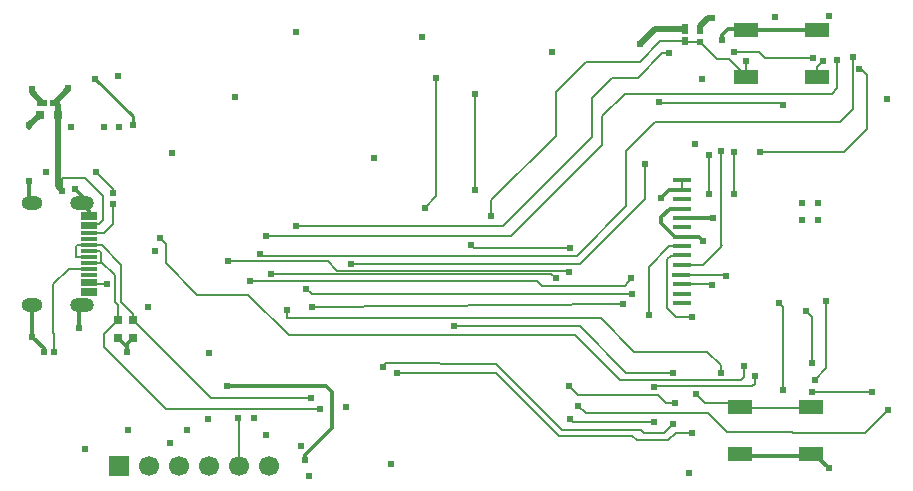
<source format=gbl>
G04 Layer: BottomLayer*
G04 EasyEDA v6.5.23, 2023-05-27 11:47:03*
G04 dba0e08a7a4f4acbaa45d03accf02bcc,0a61cb7f7b51421fbede6d33e3e5ec82,10*
G04 Gerber Generator version 0.2*
G04 Scale: 100 percent, Rotated: No, Reflected: No *
G04 Dimensions in inches *
G04 leading zeros omitted , absolute positions ,3 integer and 6 decimal *
%FSLAX36Y36*%
%MOIN*%

%AMMACRO1*21,1,$1,$2,0,0,$3*%
%ADD10C,0.0200*%
%ADD11C,0.0060*%
%ADD12C,0.0120*%
%ADD13C,0.0100*%
%ADD14MACRO1,0.0118X0.0591X90.0000*%
%ADD15R,0.0591X0.0118*%
%ADD16MACRO1,0.0827X0.0472X0.0000*%
%ADD17MACRO1,0.0213X0.0223X-90.0000*%
%ADD18R,0.0213X0.0223*%
%ADD19MACRO1,0.0213X0.0223X0.0000*%
%ADD20MACRO1,0.0236X0.0236X-90.0000*%
%ADD21MACRO1,0.0236X0.0236X90.0000*%
%ADD22MACRO1,0.0213X0.0311X-90.0000*%
%ADD23R,0.0213X0.0311*%
%ADD24MACRO1,0.0213X0.0311X0.0000*%
%ADD25MACRO1,0.0236X0.0236X0.0000*%
%ADD26MACRO1,0.0118X0.0512X90.0000*%
%ADD27O,0.070866X0.047244*%
%ADD28O,0.07873999999999999X0.047244*%
%ADD29R,0.0669X0.0669*%
%ADD30C,0.0669*%
%ADD31C,0.0240*%
%ADD32C,0.0149*%

%LPD*%
D10*
X2500000Y2616460D02*
G01*
X2401459Y2616460D01*
X2350000Y2565000D01*
X350500Y2330000D02*
G01*
X315000Y2294499D01*
X315000Y2290000D01*
X358539Y2370000D02*
G01*
X325000Y2403539D01*
X325000Y2415000D01*
D11*
X595000Y2067040D02*
G01*
X595000Y2080999D01*
X535999Y2140000D01*
X560000Y2115999D01*
D12*
X489490Y1694920D02*
G01*
X480000Y1685430D01*
X480000Y1620000D01*
X610000Y1585475D02*
G01*
X640000Y1555475D01*
X640000Y1540000D01*
X975000Y1425000D02*
G01*
X1305000Y1425000D01*
X1325000Y1405000D01*
X1325000Y1285000D01*
X1235000Y1195000D01*
X1235000Y1180000D01*
X2722890Y1193258D02*
G01*
X2919110Y1193258D01*
X2919110Y1198260D01*
X2560000Y1910000D02*
G01*
X2547969Y1922029D01*
X2490000Y1922029D01*
X2490000Y1921999D02*
G01*
X2468000Y1921999D01*
X2421000Y1969000D01*
X2421000Y1986999D01*
X2450500Y2016500D01*
X2490000Y2016500D01*
X2491999Y1985000D02*
G01*
X2596000Y1985000D01*
X2490000Y2079510D02*
G01*
X2447510Y2079510D01*
X2420000Y2051999D01*
X2939110Y2611740D02*
G01*
X2702889Y2611740D01*
X2625000Y2580000D02*
G01*
X2625000Y2595000D01*
X2643999Y2614000D01*
X2702899Y2614000D01*
X2702899Y2611700D01*
X324920Y2035079D02*
G01*
X315000Y2045000D01*
X315000Y2110000D01*
X324899Y1694899D02*
G01*
X325000Y1590000D01*
D11*
X2490000Y2110999D02*
G01*
X2490000Y2079510D01*
X2638000Y1793000D02*
G01*
X2636000Y1795000D01*
X2488000Y1795000D01*
X2381000Y1660999D02*
G01*
X2381000Y1823000D01*
X2448530Y1890529D01*
X2490000Y1890529D01*
X2588999Y1761999D02*
G01*
X2586449Y1764551D01*
X2490000Y1764551D01*
X2550000Y2573000D02*
G01*
X2607997Y2515000D01*
X2646000Y2515000D01*
X2707002Y2453998D01*
X2703150Y2453998D01*
X2702889Y2454259D01*
X2702889Y2454259D02*
G01*
X2702889Y2507890D01*
X2705000Y2510000D01*
X2960000Y2510000D02*
G01*
X2939111Y2489110D01*
X2939111Y2454259D01*
X2722890Y1350740D02*
G01*
X2919110Y1350740D01*
X2919110Y1355740D01*
X2460000Y1300000D02*
G01*
X2430000Y1270000D01*
X2365000Y1270000D01*
X2355000Y1280000D01*
X2090000Y1280000D01*
X1870000Y1500000D01*
X1500000Y1501999D01*
X1495000Y1490000D01*
X515070Y1965399D02*
G01*
X515070Y1953580D01*
X515100Y1894499D02*
G01*
X474499Y1894499D01*
X470000Y1890000D01*
X470199Y1855199D01*
X515100Y1855199D01*
X515100Y1835500D02*
G01*
X550500Y1835500D01*
X555000Y1840000D01*
X555000Y1870000D01*
X549800Y1874800D01*
X515100Y1874800D01*
X515100Y1815799D02*
G01*
X445799Y1815799D01*
X395000Y1765000D01*
X395000Y1635000D01*
X660000Y1644524D02*
G01*
X919525Y1385000D01*
X1255000Y1385000D01*
X610000Y1644499D02*
G01*
X565000Y1599499D01*
X565000Y1555000D01*
X770000Y1350000D01*
X1285000Y1350000D01*
X2525000Y1270000D02*
G01*
X2470000Y1270000D01*
X2445000Y1245000D01*
X2340000Y1245000D01*
X2325000Y1260000D01*
X2080000Y1260000D01*
X1870000Y1470000D01*
X1540000Y1470000D01*
D13*
X535000Y2450000D02*
G01*
X660000Y2325000D01*
X660000Y2295000D01*
D11*
X2580000Y2065000D02*
G01*
X2580000Y2195000D01*
X2665000Y2065000D02*
G01*
X2665000Y2205000D01*
X595000Y2032959D02*
G01*
X595000Y1965000D01*
X563899Y1933899D01*
X515079Y1933899D01*
X515070Y1953580D02*
G01*
X515070Y1965399D01*
X515100Y1894499D02*
G01*
X555500Y1894499D01*
X620000Y1830000D01*
X620000Y1705000D01*
X660000Y1665000D01*
X660000Y1644499D01*
X555000Y1840000D02*
G01*
X600000Y1795000D01*
X600000Y1705000D01*
X610000Y1695000D01*
X610000Y1644499D01*
X515079Y1776419D02*
G01*
X515079Y1764609D01*
D10*
X425000Y2075000D02*
G01*
X409529Y2090470D01*
X409529Y2330000D01*
X401460Y2370000D02*
G01*
X409524Y2361934D01*
X409524Y2330000D01*
X401460Y2370000D02*
G01*
X445000Y2413539D01*
X445000Y2420000D01*
D11*
X2500000Y2573539D02*
G01*
X2500581Y2572959D01*
X2550000Y2572959D01*
X1010000Y1320000D02*
G01*
X1015000Y1315000D01*
X1015000Y1160000D01*
X395000Y1635000D02*
G01*
X395000Y1601725D01*
X397040Y1599686D01*
X397040Y1540000D01*
D12*
X325000Y1590000D02*
G01*
X325000Y1590000D01*
X362959Y1552040D01*
X362959Y1540000D01*
X660000Y1585475D02*
G01*
X640000Y1565475D01*
X640000Y1540000D01*
X465999Y2081999D02*
G01*
X489490Y2058510D01*
X489490Y2035081D01*
D11*
X425000Y2075000D02*
G01*
X425000Y2120000D01*
X500000Y2120000D01*
X560000Y2060000D01*
X560000Y1980000D01*
X545399Y1965399D01*
X515100Y1965399D01*
D12*
X489490Y2035079D02*
G01*
X515079Y2009490D01*
X515079Y1996889D01*
D11*
X515079Y1985079D02*
G01*
X515079Y1996889D01*
X515081Y1776421D02*
G01*
X526500Y1765000D01*
X575000Y1765000D01*
D12*
X2919110Y1198260D02*
G01*
X2931740Y1198260D01*
X2978999Y1150999D01*
D11*
X1853000Y1990999D02*
G01*
X1855000Y1993000D01*
X1855000Y2045000D01*
X2070000Y2260000D01*
X2070000Y2405000D01*
X2170000Y2505000D01*
X2350000Y2505000D01*
X2418540Y2573539D01*
X2500000Y2573539D01*
D10*
X2550000Y2607040D02*
G01*
X2550000Y2625000D01*
X2576999Y2651999D01*
X2590000Y2651999D01*
D11*
X2665000Y2540000D02*
G01*
X2746000Y2540000D01*
X2767997Y2518000D01*
X2925000Y2518000D01*
X2926000Y2519000D01*
X1801000Y2079459D02*
G01*
X1801000Y2398000D01*
X2413000Y2370999D02*
G01*
X2416000Y2368000D01*
X2826000Y2368000D01*
X2826000Y2360999D01*
X1205000Y1960000D02*
G01*
X1895000Y1960000D01*
X2190000Y2255000D01*
X2190000Y2385000D01*
X2256000Y2451001D01*
X2342002Y2451001D01*
X2425001Y2534000D01*
X2448000Y2534000D01*
X1633000Y2019000D02*
G01*
X1671000Y2056999D01*
X1671000Y2451999D01*
X1786000Y1895000D02*
G01*
X1797001Y1883998D01*
X2117997Y1883998D01*
X2143999Y1359000D02*
G01*
X2168999Y1334000D01*
X2576999Y1334000D01*
X2640000Y1270999D01*
X2856999Y1270999D01*
X2861000Y1266999D01*
X3101000Y1266999D01*
X3178000Y1344000D01*
X1105000Y1925000D02*
G01*
X1920000Y1925000D01*
X2225000Y2230000D01*
X2225000Y2325000D01*
X2300000Y2400000D01*
X2991000Y2400000D01*
X3008000Y2416999D01*
X3008000Y2511999D01*
X1083999Y1864000D02*
G01*
X1088000Y1860000D01*
X2138999Y1860000D01*
X2303999Y2025000D01*
X2303999Y2208000D01*
X2401000Y2305000D01*
X3016000Y2305000D01*
X3060000Y2348998D01*
X3060000Y2523000D01*
X2750000Y2205000D02*
G01*
X3028999Y2205000D01*
X3106999Y2283000D01*
X3106999Y2463000D01*
X3086999Y2483000D01*
X3080000Y2483000D01*
X2682899Y1356001D02*
G01*
X2668599Y1370000D01*
X2566000Y1370000D01*
X2538599Y1397399D01*
X2538000Y1397998D01*
X2538000Y1399000D01*
X2113000Y1425000D02*
G01*
X2143000Y1395000D01*
X2408999Y1395000D01*
X2436000Y1368000D01*
X2467002Y1368000D01*
X2921999Y1404000D02*
G01*
X2923999Y1405999D01*
X3123000Y1405999D01*
X2903999Y1676001D02*
G01*
X2925000Y1655000D01*
X2925000Y1503000D01*
X1388000Y1833000D02*
G01*
X2151003Y1833000D01*
X2154004Y1836001D01*
X2367002Y2048998D01*
X2367002Y2166001D01*
X2116999Y1314000D02*
G01*
X2126000Y1305000D01*
X2396000Y1305000D01*
X2396000Y1421999D02*
G01*
X2397997Y1423998D01*
X2725000Y1423998D01*
X2731999Y1430999D01*
X2731999Y1456999D01*
X2970000Y1710000D02*
G01*
X2970000Y1484000D01*
X2931999Y1445999D01*
X978000Y1841999D02*
G01*
X1308999Y1841999D01*
X1341000Y1810000D01*
X2111999Y1810000D01*
X2111999Y1804000D01*
X2068999Y1783998D02*
G01*
X2054997Y1798000D01*
X1120000Y1798000D01*
X1730000Y1625999D02*
G01*
X2148999Y1625999D01*
X2305000Y1470000D01*
X2460000Y1470000D01*
X2620000Y1469000D02*
G01*
X2620000Y1495000D01*
X2575000Y1540000D01*
X2330000Y1540000D01*
X2218999Y1651001D01*
X1175000Y1651001D01*
X1175000Y1680000D01*
X1256000Y1686999D02*
G01*
X2291999Y1700000D01*
X2291999Y1700000D01*
X1238000Y1750000D02*
G01*
X1256000Y1731999D01*
X2325000Y1731999D01*
X2815000Y1700999D02*
G01*
X2826999Y1689000D01*
X2826999Y1413000D01*
X750000Y1920000D02*
G01*
X770000Y1900000D01*
X770000Y1835000D01*
X875000Y1730000D01*
X1045000Y1730000D01*
X1180000Y1595000D01*
X2135000Y1595000D01*
X2285000Y1445000D01*
X2686000Y1445000D01*
X2696999Y1455999D01*
X2696999Y1491999D01*
X2490000Y1860500D02*
G01*
X2452002Y1860000D01*
X2440000Y1848000D01*
X2440000Y1685000D01*
X2470000Y1655000D01*
X2523000Y1655000D01*
X2490000Y1829000D02*
G01*
X2560000Y1829000D01*
X2621999Y1890999D01*
X2618999Y1894000D01*
X2618999Y2206999D01*
X1048999Y1776001D02*
G01*
X1050000Y1775000D01*
X2007002Y1775000D01*
X2022997Y1758998D01*
X2298999Y1759000D01*
X2321000Y1785000D01*
D14*
G01*
X2490004Y1701557D03*
G01*
X2490004Y1733047D03*
G01*
X2490004Y1764547D03*
G01*
X2490004Y1890527D03*
G01*
X2490004Y1922027D03*
G01*
X2490004Y1953517D03*
G01*
X2490004Y1985017D03*
G01*
X2490004Y2016517D03*
G01*
X2490004Y2048007D03*
G01*
X2490004Y2079507D03*
G01*
X2490003Y2110997D03*
G01*
X2488004Y1794997D03*
D15*
G01*
X2490000Y1860500D03*
G01*
X2490000Y1829000D03*
D16*
G01*
X2939110Y2611740D03*
G01*
X2702890Y2611740D03*
G01*
X2939110Y2454259D03*
G01*
X2702890Y2454259D03*
G01*
X2682889Y1198260D03*
G01*
X2919110Y1198260D03*
G01*
X2682889Y1355740D03*
G01*
X2919110Y1355740D03*
D17*
G01*
X397040Y1540000D03*
G01*
X362959Y1540000D03*
D18*
G01*
X2550000Y2607040D03*
D19*
G01*
X2550000Y2572959D03*
D20*
G01*
X660000Y1644529D03*
D21*
G01*
X660000Y1585471D03*
D22*
G01*
X401458Y2370000D03*
G01*
X358541Y2370000D03*
D23*
G01*
X2500000Y2573539D03*
D24*
G01*
X2500000Y2616459D03*
D25*
G01*
X409529Y2330000D03*
G01*
X350471Y2330000D03*
D20*
G01*
X610000Y1644529D03*
D21*
G01*
X610000Y1585471D03*
D18*
G01*
X595000Y2067040D03*
D19*
G01*
X595000Y2032959D03*
D26*
G01*
X515082Y1733109D03*
G01*
X515082Y1744919D03*
G01*
X515082Y1764609D03*
G01*
X515082Y1776419D03*
G01*
X515081Y1796099D03*
G01*
X515081Y1815789D03*
G01*
X515082Y1835469D03*
G01*
X515081Y1855159D03*
G01*
X515082Y1874839D03*
G01*
X515081Y1894529D03*
G01*
X515081Y1933899D03*
G01*
X515073Y1953579D03*
G01*
X515073Y1965399D03*
G01*
X515081Y1985078D03*
G01*
X515081Y1996889D03*
G01*
X515081Y1914199D03*
D27*
G01*
X324920Y1694920D03*
G01*
X324920Y2035079D03*
D28*
G01*
X489490Y2035079D03*
G01*
X489490Y1694920D03*
D29*
G01*
X615000Y1160000D03*
D30*
G01*
X715000Y1160000D03*
G01*
X815000Y1160000D03*
G01*
X915000Y1160000D03*
G01*
X1015000Y1160000D03*
G01*
X1115000Y1160000D03*
D31*
G01*
X1105000Y1925000D03*
G01*
X3008000Y2511999D03*
G01*
X1256000Y1686999D03*
G01*
X2291999Y1700000D03*
G01*
X2366999Y2165999D03*
G01*
X2750000Y2205000D03*
G01*
X3080000Y2483000D03*
G01*
X1205000Y1960000D03*
G01*
X2448000Y2534000D03*
G01*
X2665000Y2540000D03*
G01*
X2926000Y2519000D03*
G01*
X788999Y2201999D03*
G01*
X750000Y1920000D03*
G01*
X2696999Y1491999D03*
G01*
X1285000Y1350000D03*
G01*
X1255000Y1385000D03*
G01*
X2460000Y1300000D03*
G01*
X1495000Y1490000D03*
G01*
X2525000Y1270000D03*
G01*
X1540000Y1470000D03*
G01*
X2460000Y1470000D03*
G01*
X1730000Y1625999D03*
G01*
X1205000Y2605000D03*
G01*
X535000Y2450000D03*
G01*
X660000Y2295000D03*
G01*
X2381000Y1660999D03*
G01*
X2588999Y1761999D03*
G01*
X2580000Y2065000D03*
G01*
X2580000Y2065000D03*
G01*
X2580000Y2195000D03*
G01*
X2638000Y1793000D03*
G01*
X2665000Y2065000D03*
G01*
X2665000Y2205000D03*
G01*
X2560000Y1910000D03*
G01*
X535999Y2140000D03*
G01*
X445000Y2420000D03*
G01*
X575000Y1765000D03*
G01*
X425000Y2075000D03*
G01*
X325000Y2415000D03*
G01*
X315000Y2294520D03*
G01*
X1853000Y1990999D03*
G01*
X2590000Y2651999D03*
G01*
X2538000Y1399000D03*
G01*
X2620000Y1469000D03*
G01*
X1175000Y1680000D03*
G01*
X1010000Y1320000D03*
G01*
X1063999Y1320000D03*
G01*
X2705000Y2510000D03*
G01*
X2960000Y2510000D03*
G01*
X975000Y1425000D03*
G01*
X910000Y1315000D03*
G01*
X1235000Y1180000D03*
G01*
X1220000Y1225000D03*
G01*
X500000Y1215000D03*
G01*
X1520000Y1165000D03*
G01*
X1370000Y1355000D03*
G01*
X2945000Y2035000D03*
G01*
X2890000Y2035000D03*
G01*
X2890000Y1980000D03*
G01*
X2945000Y1980000D03*
G01*
X2533999Y2233000D03*
G01*
X2350000Y2565000D03*
G01*
X2625000Y2580000D03*
G01*
X785000Y1235000D03*
G01*
X325000Y1590000D03*
G01*
X480000Y1620000D03*
G01*
X640000Y1540000D03*
G01*
X315000Y2110000D03*
G01*
X465999Y2081999D03*
G01*
X1000000Y2390000D03*
G01*
X915000Y1535000D03*
G01*
X1625000Y2590000D03*
G01*
X710000Y1690000D03*
G01*
X455000Y2290000D03*
G01*
X565000Y2290000D03*
G01*
X610000Y2460000D03*
G01*
X2978999Y1150999D03*
G01*
X2420000Y2051999D03*
G01*
X2511999Y1134000D03*
G01*
X1465000Y2185999D03*
G01*
X2058000Y2536999D03*
G01*
X615000Y2288000D03*
G01*
X370000Y2139000D03*
G01*
X644279Y1278499D03*
G01*
X841080Y1278499D03*
G01*
X1103000Y1263000D03*
G01*
X2980000Y2660000D03*
G01*
X2801000Y2655000D03*
G01*
X3175010Y2383000D03*
G01*
X2593999Y1985019D03*
G01*
X2413000Y2370999D03*
G01*
X2826000Y2360999D03*
G01*
X1801000Y2079459D03*
G01*
X1801000Y2398000D03*
G01*
X1633000Y2019000D03*
G01*
X1671000Y2451999D03*
G01*
X1786000Y1895000D03*
G01*
X2118000Y1884000D03*
G01*
X2143999Y1359000D03*
G01*
X3178000Y1344000D03*
G01*
X1083999Y1864000D03*
G01*
X3060000Y2523000D03*
G01*
X1388000Y1833000D03*
G01*
X978000Y1841999D03*
G01*
X2111999Y1804000D03*
G01*
X2113000Y1425000D03*
G01*
X2466999Y1368000D03*
G01*
X2921999Y1404000D03*
G01*
X3123000Y1405999D03*
G01*
X2903999Y1675999D03*
G01*
X2925000Y1503000D03*
G01*
X1120000Y1798000D03*
G01*
X2068999Y1784000D03*
G01*
X2116999Y1314000D03*
G01*
X2396000Y1305000D03*
G01*
X2396000Y1421999D03*
G01*
X2396000Y1421999D03*
G01*
X2731999Y1456999D03*
G01*
X1048999Y1775999D03*
G01*
X2321000Y1785000D03*
G01*
X2970000Y1710000D03*
G01*
X2931999Y1445999D03*
G01*
X1238000Y1750000D03*
G01*
X2325000Y1731999D03*
G01*
X2815000Y1700999D03*
G01*
X2826999Y1413000D03*
G01*
X2556000Y2448000D03*
G01*
X2523000Y1655000D03*
G01*
X2618999Y2206999D03*
G01*
X1248000Y1125999D03*
G01*
X735000Y1875000D03*
M02*

</source>
